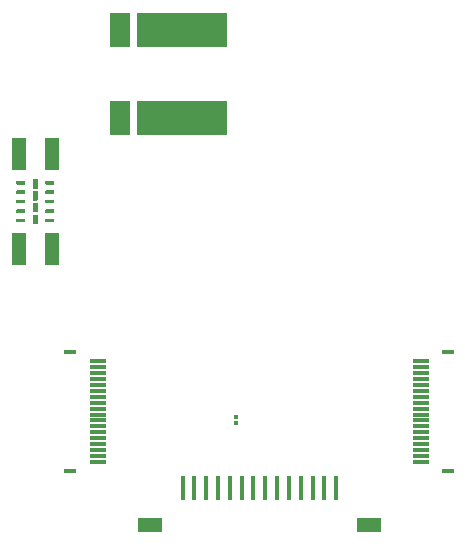
<source format=gtp>
G04*
G04 #@! TF.GenerationSoftware,Altium Limited,Altium Designer,25.0.2 (28)*
G04*
G04 Layer_Color=8421504*
%FSLAX44Y44*%
%MOMM*%
G71*
G04*
G04 #@! TF.SameCoordinates,9294F1C2-9D63-464E-A418-A043A43F256C*
G04*
G04*
G04 #@! TF.FilePolarity,Positive*
G04*
G01*
G75*
%ADD14R,1.3000X2.7000*%
%ADD15R,1.6800X2.9500*%
%ADD16R,7.6200X2.9500*%
%ADD17R,1.4000X0.3000*%
%ADD18R,1.0000X0.3000*%
%ADD19R,0.3500X0.3500*%
%ADD20R,0.4000X2.0000*%
%ADD21R,2.0000X1.3000*%
G36*
X92783Y309424D02*
X92924Y309283D01*
X93000Y309099D01*
Y309000D01*
Y307000D01*
Y306901D01*
X92924Y306717D01*
X92783Y306576D01*
X92599Y306500D01*
X85900D01*
X85717Y306576D01*
X85576Y306717D01*
X85500Y306901D01*
Y307000D01*
Y309000D01*
Y309099D01*
X85576Y309283D01*
X85717Y309424D01*
X85900Y309500D01*
X92599D01*
X92783Y309424D01*
D02*
G37*
G36*
X68283D02*
X68424Y309283D01*
X68500Y309099D01*
Y309000D01*
Y307000D01*
Y306901D01*
X68424Y306717D01*
X68283Y306576D01*
X68099Y306500D01*
X61400D01*
X61217Y306576D01*
X61076Y306717D01*
X61000Y306901D01*
Y307000D01*
Y309000D01*
Y309099D01*
X61076Y309283D01*
X61217Y309424D01*
X61400Y309500D01*
X68099D01*
X68283Y309424D01*
D02*
G37*
G36*
X78783Y310924D02*
X78924Y310783D01*
X79000Y310599D01*
Y310500D01*
Y303500D01*
Y303400D01*
X78924Y303217D01*
X78783Y303076D01*
X78599Y303000D01*
X75401D01*
X75217Y303076D01*
X75076Y303217D01*
X75000Y303400D01*
Y303500D01*
Y310500D01*
Y310599D01*
X75076Y310783D01*
X75217Y310924D01*
X75401Y311000D01*
X78599D01*
X78783Y310924D01*
D02*
G37*
G36*
X92783Y301424D02*
X92924Y301283D01*
X93000Y301099D01*
Y301000D01*
Y299000D01*
Y298901D01*
X92924Y298717D01*
X92783Y298576D01*
X92599Y298500D01*
X85900D01*
X85717Y298576D01*
X85576Y298717D01*
X85500Y298901D01*
Y299000D01*
Y301000D01*
Y301099D01*
X85576Y301283D01*
X85717Y301424D01*
X85900Y301500D01*
X92599D01*
X92783Y301424D01*
D02*
G37*
G36*
X68283D02*
X68424Y301283D01*
X68500Y301099D01*
Y301000D01*
Y299000D01*
Y298901D01*
X68424Y298717D01*
X68283Y298576D01*
X68099Y298500D01*
X61400D01*
X61217Y298576D01*
X61076Y298717D01*
X61000Y298901D01*
Y299000D01*
Y301000D01*
Y301099D01*
X61076Y301283D01*
X61217Y301424D01*
X61400Y301500D01*
X68099D01*
X68283Y301424D01*
D02*
G37*
G36*
X78783Y300924D02*
X78924Y300783D01*
X79000Y300599D01*
Y300500D01*
Y293500D01*
Y293400D01*
X78924Y293217D01*
X78783Y293076D01*
X78599Y293000D01*
X75401D01*
X75217Y293076D01*
X75076Y293217D01*
X75000Y293400D01*
Y293500D01*
Y300500D01*
Y300599D01*
X75076Y300783D01*
X75217Y300924D01*
X75401Y301000D01*
X78599D01*
X78783Y300924D01*
D02*
G37*
G36*
X92783Y293424D02*
X92924Y293283D01*
X93000Y293099D01*
Y293000D01*
Y291000D01*
Y290900D01*
X92924Y290717D01*
X92783Y290576D01*
X92599Y290500D01*
X85900D01*
X85717Y290576D01*
X85576Y290717D01*
X85500Y290900D01*
Y291000D01*
Y293000D01*
Y293099D01*
X85576Y293283D01*
X85717Y293424D01*
X85900Y293500D01*
X92599D01*
X92783Y293424D01*
D02*
G37*
G36*
X68283D02*
X68424Y293283D01*
X68500Y293099D01*
Y293000D01*
Y291000D01*
Y290900D01*
X68424Y290717D01*
X68283Y290576D01*
X68099Y290500D01*
X61400D01*
X61217Y290576D01*
X61076Y290717D01*
X61000Y290900D01*
Y291000D01*
Y293000D01*
Y293099D01*
X61076Y293283D01*
X61217Y293424D01*
X61400Y293500D01*
X68099D01*
X68283Y293424D01*
D02*
G37*
G36*
X78783Y290924D02*
X78924Y290783D01*
X79000Y290599D01*
Y290500D01*
Y283500D01*
Y283400D01*
X78924Y283217D01*
X78783Y283076D01*
X78599Y283000D01*
X75401D01*
X75217Y283076D01*
X75076Y283217D01*
X75000Y283400D01*
Y283500D01*
Y290500D01*
Y290599D01*
X75076Y290783D01*
X75217Y290924D01*
X75401Y291000D01*
X78599D01*
X78783Y290924D01*
D02*
G37*
G36*
X92783Y285424D02*
X92924Y285283D01*
X93000Y285099D01*
Y285000D01*
Y283000D01*
Y282901D01*
X92924Y282717D01*
X92783Y282576D01*
X92599Y282500D01*
X85900D01*
X85717Y282576D01*
X85576Y282717D01*
X85500Y282901D01*
Y283000D01*
Y285000D01*
Y285099D01*
X85576Y285283D01*
X85717Y285424D01*
X85900Y285500D01*
X92599D01*
X92783Y285424D01*
D02*
G37*
G36*
X68283D02*
X68424Y285283D01*
X68500Y285099D01*
Y285000D01*
Y283000D01*
Y282901D01*
X68424Y282717D01*
X68283Y282576D01*
X68099Y282500D01*
X61400D01*
X61217Y282576D01*
X61076Y282717D01*
X61000Y282901D01*
Y283000D01*
Y285000D01*
Y285099D01*
X61076Y285283D01*
X61217Y285424D01*
X61400Y285500D01*
X68099D01*
X68283Y285424D01*
D02*
G37*
G36*
X92783Y277424D02*
X92924Y277283D01*
X93000Y277099D01*
Y277000D01*
Y275000D01*
Y274900D01*
X92924Y274717D01*
X92783Y274576D01*
X92599Y274500D01*
X85900D01*
X85717Y274576D01*
X85576Y274717D01*
X85500Y274900D01*
Y275000D01*
Y277000D01*
Y277099D01*
X85576Y277283D01*
X85717Y277424D01*
X85900Y277500D01*
X92599D01*
X92783Y277424D01*
D02*
G37*
G36*
X68283D02*
X68424Y277283D01*
X68500Y277099D01*
Y277000D01*
Y275000D01*
Y274900D01*
X68424Y274717D01*
X68283Y274576D01*
X68099Y274500D01*
X61400D01*
X61217Y274576D01*
X61076Y274717D01*
X61000Y274900D01*
Y275000D01*
Y277000D01*
Y277099D01*
X61076Y277283D01*
X61217Y277424D01*
X61400Y277500D01*
X68099D01*
X68283Y277424D01*
D02*
G37*
G36*
X78783Y280924D02*
X78924Y280783D01*
X79000Y280599D01*
Y280500D01*
Y273500D01*
Y273400D01*
X78924Y273217D01*
X78783Y273076D01*
X78599Y273000D01*
X75401D01*
X75217Y273076D01*
X75076Y273217D01*
X75000Y273400D01*
Y273500D01*
Y280500D01*
Y280599D01*
X75076Y280783D01*
X75217Y280924D01*
X75401Y281000D01*
X78599D01*
X78783Y280924D01*
D02*
G37*
D14*
X63000Y332000D02*
D03*
X91000D02*
D03*
X63000Y252000D02*
D03*
X91000D02*
D03*
D15*
X148850Y362650D02*
D03*
Y437350D02*
D03*
D16*
X201450Y362650D02*
D03*
Y437350D02*
D03*
D17*
X130170Y76754D02*
D03*
Y91754D02*
D03*
Y86754D02*
D03*
Y81754D02*
D03*
Y71754D02*
D03*
Y156754D02*
D03*
Y151754D02*
D03*
Y146754D02*
D03*
Y141754D02*
D03*
Y136754D02*
D03*
Y131754D02*
D03*
Y126754D02*
D03*
Y121754D02*
D03*
Y116754D02*
D03*
Y111754D02*
D03*
Y106754D02*
D03*
Y101754D02*
D03*
Y96754D02*
D03*
X403234Y131752D02*
D03*
Y126752D02*
D03*
Y121752D02*
D03*
Y116752D02*
D03*
Y111752D02*
D03*
Y106752D02*
D03*
Y101752D02*
D03*
Y96752D02*
D03*
Y91752D02*
D03*
Y86752D02*
D03*
Y81752D02*
D03*
Y76752D02*
D03*
Y71752D02*
D03*
Y156752D02*
D03*
Y146752D02*
D03*
Y141752D02*
D03*
Y136752D02*
D03*
Y151752D02*
D03*
D18*
X106670Y164654D02*
D03*
Y63854D02*
D03*
X426735Y164652D02*
D03*
Y63852D02*
D03*
D19*
X247000Y104250D02*
D03*
Y109750D02*
D03*
D20*
X311701Y50000D02*
D03*
X301701D02*
D03*
X291701D02*
D03*
X281701D02*
D03*
X271701D02*
D03*
X261701D02*
D03*
X251701D02*
D03*
X241701D02*
D03*
X231701D02*
D03*
X221701D02*
D03*
X211701D02*
D03*
X201701D02*
D03*
X331701D02*
D03*
X321701D02*
D03*
D21*
X173701Y18000D02*
D03*
X359701D02*
D03*
M02*

</source>
